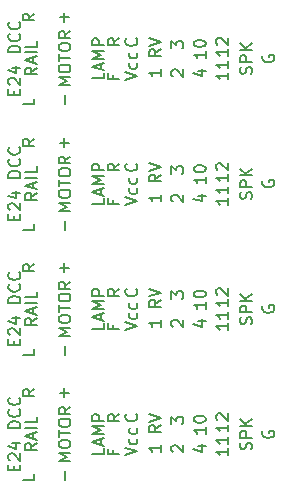
<source format=gto>
G04 #@! TF.GenerationSoftware,KiCad,Pcbnew,8.0.8*
G04 #@! TF.CreationDate,2025-01-25T11:08:04-05:00*
G04 #@! TF.ProjectId,panel,70616e65-6c2e-46b6-9963-61645f706362,rev?*
G04 #@! TF.SameCoordinates,Original*
G04 #@! TF.FileFunction,Legend,Top*
G04 #@! TF.FilePolarity,Positive*
%FSLAX46Y46*%
G04 Gerber Fmt 4.6, Leading zero omitted, Abs format (unit mm)*
G04 Created by KiCad (PCBNEW 8.0.8) date 2025-01-25 11:08:04*
%MOMM*%
%LPD*%
G01*
G04 APERTURE LIST*
%ADD10C,0.200000*%
G04 APERTURE END LIST*
D10*
X21567219Y-11519047D02*
X21091028Y-11852380D01*
X21567219Y-12090475D02*
X20567219Y-12090475D01*
X20567219Y-12090475D02*
X20567219Y-11709523D01*
X20567219Y-11709523D02*
X20614838Y-11614285D01*
X20614838Y-11614285D02*
X20662457Y-11566666D01*
X20662457Y-11566666D02*
X20757695Y-11519047D01*
X20757695Y-11519047D02*
X20900552Y-11519047D01*
X20900552Y-11519047D02*
X20995790Y-11566666D01*
X20995790Y-11566666D02*
X21043409Y-11614285D01*
X21043409Y-11614285D02*
X21091028Y-11709523D01*
X21091028Y-11709523D02*
X21091028Y-12090475D01*
X20567219Y-11233332D02*
X21567219Y-10899999D01*
X21567219Y-10899999D02*
X20567219Y-10566666D01*
X11067219Y-34261904D02*
X10591028Y-34595237D01*
X11067219Y-34833332D02*
X10067219Y-34833332D01*
X10067219Y-34833332D02*
X10067219Y-34452380D01*
X10067219Y-34452380D02*
X10114838Y-34357142D01*
X10114838Y-34357142D02*
X10162457Y-34309523D01*
X10162457Y-34309523D02*
X10257695Y-34261904D01*
X10257695Y-34261904D02*
X10400552Y-34261904D01*
X10400552Y-34261904D02*
X10495790Y-34309523D01*
X10495790Y-34309523D02*
X10543409Y-34357142D01*
X10543409Y-34357142D02*
X10591028Y-34452380D01*
X10591028Y-34452380D02*
X10591028Y-34833332D01*
X10781504Y-33880951D02*
X10781504Y-33404761D01*
X11067219Y-33976189D02*
X10067219Y-33642856D01*
X10067219Y-33642856D02*
X11067219Y-33309523D01*
X11067219Y-32976189D02*
X10067219Y-32976189D01*
X11067219Y-32023809D02*
X11067219Y-32499999D01*
X11067219Y-32499999D02*
X10067219Y-32499999D01*
X22562457Y-13785713D02*
X22514838Y-13738094D01*
X22514838Y-13738094D02*
X22467219Y-13642856D01*
X22467219Y-13642856D02*
X22467219Y-13404761D01*
X22467219Y-13404761D02*
X22514838Y-13309523D01*
X22514838Y-13309523D02*
X22562457Y-13261904D01*
X22562457Y-13261904D02*
X22657695Y-13214285D01*
X22657695Y-13214285D02*
X22752933Y-13214285D01*
X22752933Y-13214285D02*
X22895790Y-13261904D01*
X22895790Y-13261904D02*
X23467219Y-13833332D01*
X23467219Y-13833332D02*
X23467219Y-13214285D01*
X29219600Y-45385713D02*
X29267219Y-45242856D01*
X29267219Y-45242856D02*
X29267219Y-45004761D01*
X29267219Y-45004761D02*
X29219600Y-44909523D01*
X29219600Y-44909523D02*
X29171980Y-44861904D01*
X29171980Y-44861904D02*
X29076742Y-44814285D01*
X29076742Y-44814285D02*
X28981504Y-44814285D01*
X28981504Y-44814285D02*
X28886266Y-44861904D01*
X28886266Y-44861904D02*
X28838647Y-44909523D01*
X28838647Y-44909523D02*
X28791028Y-45004761D01*
X28791028Y-45004761D02*
X28743409Y-45195237D01*
X28743409Y-45195237D02*
X28695790Y-45290475D01*
X28695790Y-45290475D02*
X28648171Y-45338094D01*
X28648171Y-45338094D02*
X28552933Y-45385713D01*
X28552933Y-45385713D02*
X28457695Y-45385713D01*
X28457695Y-45385713D02*
X28362457Y-45338094D01*
X28362457Y-45338094D02*
X28314838Y-45290475D01*
X28314838Y-45290475D02*
X28267219Y-45195237D01*
X28267219Y-45195237D02*
X28267219Y-44957142D01*
X28267219Y-44957142D02*
X28314838Y-44814285D01*
X29267219Y-44385713D02*
X28267219Y-44385713D01*
X28267219Y-44385713D02*
X28267219Y-44004761D01*
X28267219Y-44004761D02*
X28314838Y-43909523D01*
X28314838Y-43909523D02*
X28362457Y-43861904D01*
X28362457Y-43861904D02*
X28457695Y-43814285D01*
X28457695Y-43814285D02*
X28600552Y-43814285D01*
X28600552Y-43814285D02*
X28695790Y-43861904D01*
X28695790Y-43861904D02*
X28743409Y-43909523D01*
X28743409Y-43909523D02*
X28791028Y-44004761D01*
X28791028Y-44004761D02*
X28791028Y-44385713D01*
X29267219Y-43385713D02*
X28267219Y-43385713D01*
X29267219Y-42814285D02*
X28695790Y-43242856D01*
X28267219Y-42814285D02*
X28838647Y-43385713D01*
X10867219Y-26290476D02*
X10867219Y-26766666D01*
X10867219Y-26766666D02*
X9867219Y-26766666D01*
X13386266Y-19780951D02*
X13386266Y-19019047D01*
X13767219Y-19399999D02*
X13005314Y-19399999D01*
X10867219Y-29690476D02*
X10391028Y-30023809D01*
X10867219Y-30261904D02*
X9867219Y-30261904D01*
X9867219Y-30261904D02*
X9867219Y-29880952D01*
X9867219Y-29880952D02*
X9914838Y-29785714D01*
X9914838Y-29785714D02*
X9962457Y-29738095D01*
X9962457Y-29738095D02*
X10057695Y-29690476D01*
X10057695Y-29690476D02*
X10200552Y-29690476D01*
X10200552Y-29690476D02*
X10295790Y-29738095D01*
X10295790Y-29738095D02*
X10343409Y-29785714D01*
X10343409Y-29785714D02*
X10391028Y-29880952D01*
X10391028Y-29880952D02*
X10391028Y-30261904D01*
X25367219Y-22290476D02*
X25367219Y-22861904D01*
X25367219Y-22576190D02*
X24367219Y-22576190D01*
X24367219Y-22576190D02*
X24510076Y-22671428D01*
X24510076Y-22671428D02*
X24605314Y-22766666D01*
X24605314Y-22766666D02*
X24652933Y-22861904D01*
X24367219Y-21671428D02*
X24367219Y-21576190D01*
X24367219Y-21576190D02*
X24414838Y-21480952D01*
X24414838Y-21480952D02*
X24462457Y-21433333D01*
X24462457Y-21433333D02*
X24557695Y-21385714D01*
X24557695Y-21385714D02*
X24748171Y-21338095D01*
X24748171Y-21338095D02*
X24986266Y-21338095D01*
X24986266Y-21338095D02*
X25176742Y-21385714D01*
X25176742Y-21385714D02*
X25271980Y-21433333D01*
X25271980Y-21433333D02*
X25319600Y-21480952D01*
X25319600Y-21480952D02*
X25367219Y-21576190D01*
X25367219Y-21576190D02*
X25367219Y-21671428D01*
X25367219Y-21671428D02*
X25319600Y-21766666D01*
X25319600Y-21766666D02*
X25271980Y-21814285D01*
X25271980Y-21814285D02*
X25176742Y-21861904D01*
X25176742Y-21861904D02*
X24986266Y-21909523D01*
X24986266Y-21909523D02*
X24748171Y-21909523D01*
X24748171Y-21909523D02*
X24557695Y-21861904D01*
X24557695Y-21861904D02*
X24462457Y-21814285D01*
X24462457Y-21814285D02*
X24414838Y-21766666D01*
X24414838Y-21766666D02*
X24367219Y-21671428D01*
X25367219Y-32890476D02*
X25367219Y-33461904D01*
X25367219Y-33176190D02*
X24367219Y-33176190D01*
X24367219Y-33176190D02*
X24510076Y-33271428D01*
X24510076Y-33271428D02*
X24605314Y-33366666D01*
X24605314Y-33366666D02*
X24652933Y-33461904D01*
X24367219Y-32271428D02*
X24367219Y-32176190D01*
X24367219Y-32176190D02*
X24414838Y-32080952D01*
X24414838Y-32080952D02*
X24462457Y-32033333D01*
X24462457Y-32033333D02*
X24557695Y-31985714D01*
X24557695Y-31985714D02*
X24748171Y-31938095D01*
X24748171Y-31938095D02*
X24986266Y-31938095D01*
X24986266Y-31938095D02*
X25176742Y-31985714D01*
X25176742Y-31985714D02*
X25271980Y-32033333D01*
X25271980Y-32033333D02*
X25319600Y-32080952D01*
X25319600Y-32080952D02*
X25367219Y-32176190D01*
X25367219Y-32176190D02*
X25367219Y-32271428D01*
X25367219Y-32271428D02*
X25319600Y-32366666D01*
X25319600Y-32366666D02*
X25271980Y-32414285D01*
X25271980Y-32414285D02*
X25176742Y-32461904D01*
X25176742Y-32461904D02*
X24986266Y-32509523D01*
X24986266Y-32509523D02*
X24748171Y-32509523D01*
X24748171Y-32509523D02*
X24557695Y-32461904D01*
X24557695Y-32461904D02*
X24462457Y-32414285D01*
X24462457Y-32414285D02*
X24414838Y-32366666D01*
X24414838Y-32366666D02*
X24367219Y-32271428D01*
X9143409Y-25947618D02*
X9143409Y-25614285D01*
X9667219Y-25471428D02*
X9667219Y-25947618D01*
X9667219Y-25947618D02*
X8667219Y-25947618D01*
X8667219Y-25947618D02*
X8667219Y-25471428D01*
X8762457Y-25090475D02*
X8714838Y-25042856D01*
X8714838Y-25042856D02*
X8667219Y-24947618D01*
X8667219Y-24947618D02*
X8667219Y-24709523D01*
X8667219Y-24709523D02*
X8714838Y-24614285D01*
X8714838Y-24614285D02*
X8762457Y-24566666D01*
X8762457Y-24566666D02*
X8857695Y-24519047D01*
X8857695Y-24519047D02*
X8952933Y-24519047D01*
X8952933Y-24519047D02*
X9095790Y-24566666D01*
X9095790Y-24566666D02*
X9667219Y-25138094D01*
X9667219Y-25138094D02*
X9667219Y-24519047D01*
X9000552Y-23661904D02*
X9667219Y-23661904D01*
X8619600Y-23899999D02*
X9333885Y-24138094D01*
X9333885Y-24138094D02*
X9333885Y-23519047D01*
X9667219Y-22376189D02*
X8667219Y-22376189D01*
X8667219Y-22376189D02*
X8667219Y-22138094D01*
X8667219Y-22138094D02*
X8714838Y-21995237D01*
X8714838Y-21995237D02*
X8810076Y-21899999D01*
X8810076Y-21899999D02*
X8905314Y-21852380D01*
X8905314Y-21852380D02*
X9095790Y-21804761D01*
X9095790Y-21804761D02*
X9238647Y-21804761D01*
X9238647Y-21804761D02*
X9429123Y-21852380D01*
X9429123Y-21852380D02*
X9524361Y-21899999D01*
X9524361Y-21899999D02*
X9619600Y-21995237D01*
X9619600Y-21995237D02*
X9667219Y-22138094D01*
X9667219Y-22138094D02*
X9667219Y-22376189D01*
X9571980Y-20804761D02*
X9619600Y-20852380D01*
X9619600Y-20852380D02*
X9667219Y-20995237D01*
X9667219Y-20995237D02*
X9667219Y-21090475D01*
X9667219Y-21090475D02*
X9619600Y-21233332D01*
X9619600Y-21233332D02*
X9524361Y-21328570D01*
X9524361Y-21328570D02*
X9429123Y-21376189D01*
X9429123Y-21376189D02*
X9238647Y-21423808D01*
X9238647Y-21423808D02*
X9095790Y-21423808D01*
X9095790Y-21423808D02*
X8905314Y-21376189D01*
X8905314Y-21376189D02*
X8810076Y-21328570D01*
X8810076Y-21328570D02*
X8714838Y-21233332D01*
X8714838Y-21233332D02*
X8667219Y-21090475D01*
X8667219Y-21090475D02*
X8667219Y-20995237D01*
X8667219Y-20995237D02*
X8714838Y-20852380D01*
X8714838Y-20852380D02*
X8762457Y-20804761D01*
X9571980Y-19804761D02*
X9619600Y-19852380D01*
X9619600Y-19852380D02*
X9667219Y-19995237D01*
X9667219Y-19995237D02*
X9667219Y-20090475D01*
X9667219Y-20090475D02*
X9619600Y-20233332D01*
X9619600Y-20233332D02*
X9524361Y-20328570D01*
X9524361Y-20328570D02*
X9429123Y-20376189D01*
X9429123Y-20376189D02*
X9238647Y-20423808D01*
X9238647Y-20423808D02*
X9095790Y-20423808D01*
X9095790Y-20423808D02*
X8905314Y-20376189D01*
X8905314Y-20376189D02*
X8810076Y-20328570D01*
X8810076Y-20328570D02*
X8714838Y-20233332D01*
X8714838Y-20233332D02*
X8667219Y-20090475D01*
X8667219Y-20090475D02*
X8667219Y-19995237D01*
X8667219Y-19995237D02*
X8714838Y-19852380D01*
X8714838Y-19852380D02*
X8762457Y-19804761D01*
X13386266Y-9180951D02*
X13386266Y-8419047D01*
X13767219Y-8799999D02*
X13005314Y-8799999D01*
X13486266Y-26780951D02*
X13486266Y-26019047D01*
X18567219Y-14090475D02*
X19567219Y-13757142D01*
X19567219Y-13757142D02*
X18567219Y-13423809D01*
X19519600Y-12661904D02*
X19567219Y-12757142D01*
X19567219Y-12757142D02*
X19567219Y-12947618D01*
X19567219Y-12947618D02*
X19519600Y-13042856D01*
X19519600Y-13042856D02*
X19471980Y-13090475D01*
X19471980Y-13090475D02*
X19376742Y-13138094D01*
X19376742Y-13138094D02*
X19091028Y-13138094D01*
X19091028Y-13138094D02*
X18995790Y-13090475D01*
X18995790Y-13090475D02*
X18948171Y-13042856D01*
X18948171Y-13042856D02*
X18900552Y-12947618D01*
X18900552Y-12947618D02*
X18900552Y-12757142D01*
X18900552Y-12757142D02*
X18948171Y-12661904D01*
X19519600Y-11804761D02*
X19567219Y-11899999D01*
X19567219Y-11899999D02*
X19567219Y-12090475D01*
X19567219Y-12090475D02*
X19519600Y-12185713D01*
X19519600Y-12185713D02*
X19471980Y-12233332D01*
X19471980Y-12233332D02*
X19376742Y-12280951D01*
X19376742Y-12280951D02*
X19091028Y-12280951D01*
X19091028Y-12280951D02*
X18995790Y-12233332D01*
X18995790Y-12233332D02*
X18948171Y-12185713D01*
X18948171Y-12185713D02*
X18900552Y-12090475D01*
X18900552Y-12090475D02*
X18900552Y-11899999D01*
X18900552Y-11899999D02*
X18948171Y-11804761D01*
X16767219Y-34690476D02*
X16767219Y-35166666D01*
X16767219Y-35166666D02*
X15767219Y-35166666D01*
X16481504Y-34404761D02*
X16481504Y-33928571D01*
X16767219Y-34499999D02*
X15767219Y-34166666D01*
X15767219Y-34166666D02*
X16767219Y-33833333D01*
X16767219Y-33499999D02*
X15767219Y-33499999D01*
X15767219Y-33499999D02*
X16481504Y-33166666D01*
X16481504Y-33166666D02*
X15767219Y-32833333D01*
X15767219Y-32833333D02*
X16767219Y-32833333D01*
X16767219Y-32357142D02*
X15767219Y-32357142D01*
X15767219Y-32357142D02*
X15767219Y-31976190D01*
X15767219Y-31976190D02*
X15814838Y-31880952D01*
X15814838Y-31880952D02*
X15862457Y-31833333D01*
X15862457Y-31833333D02*
X15957695Y-31785714D01*
X15957695Y-31785714D02*
X16100552Y-31785714D01*
X16100552Y-31785714D02*
X16195790Y-31833333D01*
X16195790Y-31833333D02*
X16243409Y-31880952D01*
X16243409Y-31880952D02*
X16291028Y-31976190D01*
X16291028Y-31976190D02*
X16291028Y-32357142D01*
X27267219Y-11490476D02*
X27267219Y-12061904D01*
X27267219Y-11776190D02*
X26267219Y-11776190D01*
X26267219Y-11776190D02*
X26410076Y-11871428D01*
X26410076Y-11871428D02*
X26505314Y-11966666D01*
X26505314Y-11966666D02*
X26552933Y-12061904D01*
X26362457Y-11109523D02*
X26314838Y-11061904D01*
X26314838Y-11061904D02*
X26267219Y-10966666D01*
X26267219Y-10966666D02*
X26267219Y-10728571D01*
X26267219Y-10728571D02*
X26314838Y-10633333D01*
X26314838Y-10633333D02*
X26362457Y-10585714D01*
X26362457Y-10585714D02*
X26457695Y-10538095D01*
X26457695Y-10538095D02*
X26552933Y-10538095D01*
X26552933Y-10538095D02*
X26695790Y-10585714D01*
X26695790Y-10585714D02*
X27267219Y-11157142D01*
X27267219Y-11157142D02*
X27267219Y-10538095D01*
X11067219Y-23661904D02*
X10591028Y-23995237D01*
X11067219Y-24233332D02*
X10067219Y-24233332D01*
X10067219Y-24233332D02*
X10067219Y-23852380D01*
X10067219Y-23852380D02*
X10114838Y-23757142D01*
X10114838Y-23757142D02*
X10162457Y-23709523D01*
X10162457Y-23709523D02*
X10257695Y-23661904D01*
X10257695Y-23661904D02*
X10400552Y-23661904D01*
X10400552Y-23661904D02*
X10495790Y-23709523D01*
X10495790Y-23709523D02*
X10543409Y-23757142D01*
X10543409Y-23757142D02*
X10591028Y-23852380D01*
X10591028Y-23852380D02*
X10591028Y-24233332D01*
X10781504Y-23280951D02*
X10781504Y-22804761D01*
X11067219Y-23376189D02*
X10067219Y-23042856D01*
X10067219Y-23042856D02*
X11067219Y-22709523D01*
X11067219Y-22376189D02*
X10067219Y-22376189D01*
X11067219Y-21423809D02*
X11067219Y-21899999D01*
X11067219Y-21899999D02*
X10067219Y-21899999D01*
X30214838Y-43838095D02*
X30167219Y-43933333D01*
X30167219Y-43933333D02*
X30167219Y-44076190D01*
X30167219Y-44076190D02*
X30214838Y-44219047D01*
X30214838Y-44219047D02*
X30310076Y-44314285D01*
X30310076Y-44314285D02*
X30405314Y-44361904D01*
X30405314Y-44361904D02*
X30595790Y-44409523D01*
X30595790Y-44409523D02*
X30738647Y-44409523D01*
X30738647Y-44409523D02*
X30929123Y-44361904D01*
X30929123Y-44361904D02*
X31024361Y-44314285D01*
X31024361Y-44314285D02*
X31119600Y-44219047D01*
X31119600Y-44219047D02*
X31167219Y-44076190D01*
X31167219Y-44076190D02*
X31167219Y-43980952D01*
X31167219Y-43980952D02*
X31119600Y-43838095D01*
X31119600Y-43838095D02*
X31071980Y-43790476D01*
X31071980Y-43790476D02*
X30738647Y-43790476D01*
X30738647Y-43790476D02*
X30738647Y-43980952D01*
X18067219Y-10590476D02*
X17591028Y-10923809D01*
X18067219Y-11161904D02*
X17067219Y-11161904D01*
X17067219Y-11161904D02*
X17067219Y-10780952D01*
X17067219Y-10780952D02*
X17114838Y-10685714D01*
X17114838Y-10685714D02*
X17162457Y-10638095D01*
X17162457Y-10638095D02*
X17257695Y-10590476D01*
X17257695Y-10590476D02*
X17400552Y-10590476D01*
X17400552Y-10590476D02*
X17495790Y-10638095D01*
X17495790Y-10638095D02*
X17543409Y-10685714D01*
X17543409Y-10685714D02*
X17591028Y-10780952D01*
X17591028Y-10780952D02*
X17591028Y-11161904D01*
X24700552Y-23909523D02*
X25367219Y-23909523D01*
X24319600Y-24147618D02*
X25033885Y-24385713D01*
X25033885Y-24385713D02*
X25033885Y-23766666D01*
X9143409Y-47147618D02*
X9143409Y-46814285D01*
X9667219Y-46671428D02*
X9667219Y-47147618D01*
X9667219Y-47147618D02*
X8667219Y-47147618D01*
X8667219Y-47147618D02*
X8667219Y-46671428D01*
X8762457Y-46290475D02*
X8714838Y-46242856D01*
X8714838Y-46242856D02*
X8667219Y-46147618D01*
X8667219Y-46147618D02*
X8667219Y-45909523D01*
X8667219Y-45909523D02*
X8714838Y-45814285D01*
X8714838Y-45814285D02*
X8762457Y-45766666D01*
X8762457Y-45766666D02*
X8857695Y-45719047D01*
X8857695Y-45719047D02*
X8952933Y-45719047D01*
X8952933Y-45719047D02*
X9095790Y-45766666D01*
X9095790Y-45766666D02*
X9667219Y-46338094D01*
X9667219Y-46338094D02*
X9667219Y-45719047D01*
X9000552Y-44861904D02*
X9667219Y-44861904D01*
X8619600Y-45099999D02*
X9333885Y-45338094D01*
X9333885Y-45338094D02*
X9333885Y-44719047D01*
X9667219Y-43576189D02*
X8667219Y-43576189D01*
X8667219Y-43576189D02*
X8667219Y-43338094D01*
X8667219Y-43338094D02*
X8714838Y-43195237D01*
X8714838Y-43195237D02*
X8810076Y-43099999D01*
X8810076Y-43099999D02*
X8905314Y-43052380D01*
X8905314Y-43052380D02*
X9095790Y-43004761D01*
X9095790Y-43004761D02*
X9238647Y-43004761D01*
X9238647Y-43004761D02*
X9429123Y-43052380D01*
X9429123Y-43052380D02*
X9524361Y-43099999D01*
X9524361Y-43099999D02*
X9619600Y-43195237D01*
X9619600Y-43195237D02*
X9667219Y-43338094D01*
X9667219Y-43338094D02*
X9667219Y-43576189D01*
X9571980Y-42004761D02*
X9619600Y-42052380D01*
X9619600Y-42052380D02*
X9667219Y-42195237D01*
X9667219Y-42195237D02*
X9667219Y-42290475D01*
X9667219Y-42290475D02*
X9619600Y-42433332D01*
X9619600Y-42433332D02*
X9524361Y-42528570D01*
X9524361Y-42528570D02*
X9429123Y-42576189D01*
X9429123Y-42576189D02*
X9238647Y-42623808D01*
X9238647Y-42623808D02*
X9095790Y-42623808D01*
X9095790Y-42623808D02*
X8905314Y-42576189D01*
X8905314Y-42576189D02*
X8810076Y-42528570D01*
X8810076Y-42528570D02*
X8714838Y-42433332D01*
X8714838Y-42433332D02*
X8667219Y-42290475D01*
X8667219Y-42290475D02*
X8667219Y-42195237D01*
X8667219Y-42195237D02*
X8714838Y-42052380D01*
X8714838Y-42052380D02*
X8762457Y-42004761D01*
X9571980Y-41004761D02*
X9619600Y-41052380D01*
X9619600Y-41052380D02*
X9667219Y-41195237D01*
X9667219Y-41195237D02*
X9667219Y-41290475D01*
X9667219Y-41290475D02*
X9619600Y-41433332D01*
X9619600Y-41433332D02*
X9524361Y-41528570D01*
X9524361Y-41528570D02*
X9429123Y-41576189D01*
X9429123Y-41576189D02*
X9238647Y-41623808D01*
X9238647Y-41623808D02*
X9095790Y-41623808D01*
X9095790Y-41623808D02*
X8905314Y-41576189D01*
X8905314Y-41576189D02*
X8810076Y-41528570D01*
X8810076Y-41528570D02*
X8714838Y-41433332D01*
X8714838Y-41433332D02*
X8667219Y-41290475D01*
X8667219Y-41290475D02*
X8667219Y-41195237D01*
X8667219Y-41195237D02*
X8714838Y-41052380D01*
X8714838Y-41052380D02*
X8762457Y-41004761D01*
X18567219Y-45890475D02*
X19567219Y-45557142D01*
X19567219Y-45557142D02*
X18567219Y-45223809D01*
X19519600Y-44461904D02*
X19567219Y-44557142D01*
X19567219Y-44557142D02*
X19567219Y-44747618D01*
X19567219Y-44747618D02*
X19519600Y-44842856D01*
X19519600Y-44842856D02*
X19471980Y-44890475D01*
X19471980Y-44890475D02*
X19376742Y-44938094D01*
X19376742Y-44938094D02*
X19091028Y-44938094D01*
X19091028Y-44938094D02*
X18995790Y-44890475D01*
X18995790Y-44890475D02*
X18948171Y-44842856D01*
X18948171Y-44842856D02*
X18900552Y-44747618D01*
X18900552Y-44747618D02*
X18900552Y-44557142D01*
X18900552Y-44557142D02*
X18948171Y-44461904D01*
X19519600Y-43604761D02*
X19567219Y-43699999D01*
X19567219Y-43699999D02*
X19567219Y-43890475D01*
X19567219Y-43890475D02*
X19519600Y-43985713D01*
X19519600Y-43985713D02*
X19471980Y-44033332D01*
X19471980Y-44033332D02*
X19376742Y-44080951D01*
X19376742Y-44080951D02*
X19091028Y-44080951D01*
X19091028Y-44080951D02*
X18995790Y-44033332D01*
X18995790Y-44033332D02*
X18948171Y-43985713D01*
X18948171Y-43985713D02*
X18900552Y-43890475D01*
X18900552Y-43890475D02*
X18900552Y-43699999D01*
X18900552Y-43699999D02*
X18948171Y-43604761D01*
X30214838Y-33238095D02*
X30167219Y-33333333D01*
X30167219Y-33333333D02*
X30167219Y-33476190D01*
X30167219Y-33476190D02*
X30214838Y-33619047D01*
X30214838Y-33619047D02*
X30310076Y-33714285D01*
X30310076Y-33714285D02*
X30405314Y-33761904D01*
X30405314Y-33761904D02*
X30595790Y-33809523D01*
X30595790Y-33809523D02*
X30738647Y-33809523D01*
X30738647Y-33809523D02*
X30929123Y-33761904D01*
X30929123Y-33761904D02*
X31024361Y-33714285D01*
X31024361Y-33714285D02*
X31119600Y-33619047D01*
X31119600Y-33619047D02*
X31167219Y-33476190D01*
X31167219Y-33476190D02*
X31167219Y-33380952D01*
X31167219Y-33380952D02*
X31119600Y-33238095D01*
X31119600Y-33238095D02*
X31071980Y-33190476D01*
X31071980Y-33190476D02*
X30738647Y-33190476D01*
X30738647Y-33190476D02*
X30738647Y-33380952D01*
X13386266Y-40980951D02*
X13386266Y-40219047D01*
X13767219Y-40599999D02*
X13005314Y-40599999D01*
X18067219Y-31790476D02*
X17591028Y-32123809D01*
X18067219Y-32361904D02*
X17067219Y-32361904D01*
X17067219Y-32361904D02*
X17067219Y-31980952D01*
X17067219Y-31980952D02*
X17114838Y-31885714D01*
X17114838Y-31885714D02*
X17162457Y-31838095D01*
X17162457Y-31838095D02*
X17257695Y-31790476D01*
X17257695Y-31790476D02*
X17400552Y-31790476D01*
X17400552Y-31790476D02*
X17495790Y-31838095D01*
X17495790Y-31838095D02*
X17543409Y-31885714D01*
X17543409Y-31885714D02*
X17591028Y-31980952D01*
X17591028Y-31980952D02*
X17591028Y-32361904D01*
X27267219Y-45290476D02*
X27267219Y-45861904D01*
X27267219Y-45576190D02*
X26267219Y-45576190D01*
X26267219Y-45576190D02*
X26410076Y-45671428D01*
X26410076Y-45671428D02*
X26505314Y-45766666D01*
X26505314Y-45766666D02*
X26552933Y-45861904D01*
X27267219Y-44338095D02*
X27267219Y-44909523D01*
X27267219Y-44623809D02*
X26267219Y-44623809D01*
X26267219Y-44623809D02*
X26410076Y-44719047D01*
X26410076Y-44719047D02*
X26505314Y-44814285D01*
X26505314Y-44814285D02*
X26552933Y-44909523D01*
X10867219Y-15690476D02*
X10867219Y-16166666D01*
X10867219Y-16166666D02*
X9867219Y-16166666D01*
X22467219Y-22033332D02*
X22467219Y-21414285D01*
X22467219Y-21414285D02*
X22848171Y-21747618D01*
X22848171Y-21747618D02*
X22848171Y-21604761D01*
X22848171Y-21604761D02*
X22895790Y-21509523D01*
X22895790Y-21509523D02*
X22943409Y-21461904D01*
X22943409Y-21461904D02*
X23038647Y-21414285D01*
X23038647Y-21414285D02*
X23276742Y-21414285D01*
X23276742Y-21414285D02*
X23371980Y-21461904D01*
X23371980Y-21461904D02*
X23419600Y-21509523D01*
X23419600Y-21509523D02*
X23467219Y-21604761D01*
X23467219Y-21604761D02*
X23467219Y-21890475D01*
X23467219Y-21890475D02*
X23419600Y-21985713D01*
X23419600Y-21985713D02*
X23371980Y-22033332D01*
X21567219Y-34414285D02*
X21567219Y-34985713D01*
X21567219Y-34699999D02*
X20567219Y-34699999D01*
X20567219Y-34699999D02*
X20710076Y-34795237D01*
X20710076Y-34795237D02*
X20805314Y-34890475D01*
X20805314Y-34890475D02*
X20852933Y-34985713D01*
X19471980Y-21190476D02*
X19519600Y-21238095D01*
X19519600Y-21238095D02*
X19567219Y-21380952D01*
X19567219Y-21380952D02*
X19567219Y-21476190D01*
X19567219Y-21476190D02*
X19519600Y-21619047D01*
X19519600Y-21619047D02*
X19424361Y-21714285D01*
X19424361Y-21714285D02*
X19329123Y-21761904D01*
X19329123Y-21761904D02*
X19138647Y-21809523D01*
X19138647Y-21809523D02*
X18995790Y-21809523D01*
X18995790Y-21809523D02*
X18805314Y-21761904D01*
X18805314Y-21761904D02*
X18710076Y-21714285D01*
X18710076Y-21714285D02*
X18614838Y-21619047D01*
X18614838Y-21619047D02*
X18567219Y-21476190D01*
X18567219Y-21476190D02*
X18567219Y-21380952D01*
X18567219Y-21380952D02*
X18614838Y-21238095D01*
X18614838Y-21238095D02*
X18662457Y-21190476D01*
X21567219Y-22119047D02*
X21091028Y-22452380D01*
X21567219Y-22690475D02*
X20567219Y-22690475D01*
X20567219Y-22690475D02*
X20567219Y-22309523D01*
X20567219Y-22309523D02*
X20614838Y-22214285D01*
X20614838Y-22214285D02*
X20662457Y-22166666D01*
X20662457Y-22166666D02*
X20757695Y-22119047D01*
X20757695Y-22119047D02*
X20900552Y-22119047D01*
X20900552Y-22119047D02*
X20995790Y-22166666D01*
X20995790Y-22166666D02*
X21043409Y-22214285D01*
X21043409Y-22214285D02*
X21091028Y-22309523D01*
X21091028Y-22309523D02*
X21091028Y-22690475D01*
X20567219Y-21833332D02*
X21567219Y-21499999D01*
X21567219Y-21499999D02*
X20567219Y-21166666D01*
X13917219Y-25161904D02*
X12917219Y-25161904D01*
X12917219Y-25161904D02*
X13631504Y-24828571D01*
X13631504Y-24828571D02*
X12917219Y-24495238D01*
X12917219Y-24495238D02*
X13917219Y-24495238D01*
X12917219Y-23828571D02*
X12917219Y-23638095D01*
X12917219Y-23638095D02*
X12964838Y-23542857D01*
X12964838Y-23542857D02*
X13060076Y-23447619D01*
X13060076Y-23447619D02*
X13250552Y-23400000D01*
X13250552Y-23400000D02*
X13583885Y-23400000D01*
X13583885Y-23400000D02*
X13774361Y-23447619D01*
X13774361Y-23447619D02*
X13869600Y-23542857D01*
X13869600Y-23542857D02*
X13917219Y-23638095D01*
X13917219Y-23638095D02*
X13917219Y-23828571D01*
X13917219Y-23828571D02*
X13869600Y-23923809D01*
X13869600Y-23923809D02*
X13774361Y-24019047D01*
X13774361Y-24019047D02*
X13583885Y-24066666D01*
X13583885Y-24066666D02*
X13250552Y-24066666D01*
X13250552Y-24066666D02*
X13060076Y-24019047D01*
X13060076Y-24019047D02*
X12964838Y-23923809D01*
X12964838Y-23923809D02*
X12917219Y-23828571D01*
X12917219Y-23114285D02*
X12917219Y-22542857D01*
X13917219Y-22828571D02*
X12917219Y-22828571D01*
X12917219Y-22019047D02*
X12917219Y-21828571D01*
X12917219Y-21828571D02*
X12964838Y-21733333D01*
X12964838Y-21733333D02*
X13060076Y-21638095D01*
X13060076Y-21638095D02*
X13250552Y-21590476D01*
X13250552Y-21590476D02*
X13583885Y-21590476D01*
X13583885Y-21590476D02*
X13774361Y-21638095D01*
X13774361Y-21638095D02*
X13869600Y-21733333D01*
X13869600Y-21733333D02*
X13917219Y-21828571D01*
X13917219Y-21828571D02*
X13917219Y-22019047D01*
X13917219Y-22019047D02*
X13869600Y-22114285D01*
X13869600Y-22114285D02*
X13774361Y-22209523D01*
X13774361Y-22209523D02*
X13583885Y-22257142D01*
X13583885Y-22257142D02*
X13250552Y-22257142D01*
X13250552Y-22257142D02*
X13060076Y-22209523D01*
X13060076Y-22209523D02*
X12964838Y-22114285D01*
X12964838Y-22114285D02*
X12917219Y-22019047D01*
X13917219Y-20590476D02*
X13441028Y-20923809D01*
X13917219Y-21161904D02*
X12917219Y-21161904D01*
X12917219Y-21161904D02*
X12917219Y-20780952D01*
X12917219Y-20780952D02*
X12964838Y-20685714D01*
X12964838Y-20685714D02*
X13012457Y-20638095D01*
X13012457Y-20638095D02*
X13107695Y-20590476D01*
X13107695Y-20590476D02*
X13250552Y-20590476D01*
X13250552Y-20590476D02*
X13345790Y-20638095D01*
X13345790Y-20638095D02*
X13393409Y-20685714D01*
X13393409Y-20685714D02*
X13441028Y-20780952D01*
X13441028Y-20780952D02*
X13441028Y-21161904D01*
X24700552Y-13309523D02*
X25367219Y-13309523D01*
X24319600Y-13547618D02*
X25033885Y-13785713D01*
X25033885Y-13785713D02*
X25033885Y-13166666D01*
X29219600Y-13585713D02*
X29267219Y-13442856D01*
X29267219Y-13442856D02*
X29267219Y-13204761D01*
X29267219Y-13204761D02*
X29219600Y-13109523D01*
X29219600Y-13109523D02*
X29171980Y-13061904D01*
X29171980Y-13061904D02*
X29076742Y-13014285D01*
X29076742Y-13014285D02*
X28981504Y-13014285D01*
X28981504Y-13014285D02*
X28886266Y-13061904D01*
X28886266Y-13061904D02*
X28838647Y-13109523D01*
X28838647Y-13109523D02*
X28791028Y-13204761D01*
X28791028Y-13204761D02*
X28743409Y-13395237D01*
X28743409Y-13395237D02*
X28695790Y-13490475D01*
X28695790Y-13490475D02*
X28648171Y-13538094D01*
X28648171Y-13538094D02*
X28552933Y-13585713D01*
X28552933Y-13585713D02*
X28457695Y-13585713D01*
X28457695Y-13585713D02*
X28362457Y-13538094D01*
X28362457Y-13538094D02*
X28314838Y-13490475D01*
X28314838Y-13490475D02*
X28267219Y-13395237D01*
X28267219Y-13395237D02*
X28267219Y-13157142D01*
X28267219Y-13157142D02*
X28314838Y-13014285D01*
X29267219Y-12585713D02*
X28267219Y-12585713D01*
X28267219Y-12585713D02*
X28267219Y-12204761D01*
X28267219Y-12204761D02*
X28314838Y-12109523D01*
X28314838Y-12109523D02*
X28362457Y-12061904D01*
X28362457Y-12061904D02*
X28457695Y-12014285D01*
X28457695Y-12014285D02*
X28600552Y-12014285D01*
X28600552Y-12014285D02*
X28695790Y-12061904D01*
X28695790Y-12061904D02*
X28743409Y-12109523D01*
X28743409Y-12109523D02*
X28791028Y-12204761D01*
X28791028Y-12204761D02*
X28791028Y-12585713D01*
X29267219Y-11585713D02*
X28267219Y-11585713D01*
X29267219Y-11014285D02*
X28695790Y-11442856D01*
X28267219Y-11014285D02*
X28838647Y-11585713D01*
X22467219Y-43233332D02*
X22467219Y-42614285D01*
X22467219Y-42614285D02*
X22848171Y-42947618D01*
X22848171Y-42947618D02*
X22848171Y-42804761D01*
X22848171Y-42804761D02*
X22895790Y-42709523D01*
X22895790Y-42709523D02*
X22943409Y-42661904D01*
X22943409Y-42661904D02*
X23038647Y-42614285D01*
X23038647Y-42614285D02*
X23276742Y-42614285D01*
X23276742Y-42614285D02*
X23371980Y-42661904D01*
X23371980Y-42661904D02*
X23419600Y-42709523D01*
X23419600Y-42709523D02*
X23467219Y-42804761D01*
X23467219Y-42804761D02*
X23467219Y-43090475D01*
X23467219Y-43090475D02*
X23419600Y-43185713D01*
X23419600Y-43185713D02*
X23371980Y-43233332D01*
X29219600Y-24185713D02*
X29267219Y-24042856D01*
X29267219Y-24042856D02*
X29267219Y-23804761D01*
X29267219Y-23804761D02*
X29219600Y-23709523D01*
X29219600Y-23709523D02*
X29171980Y-23661904D01*
X29171980Y-23661904D02*
X29076742Y-23614285D01*
X29076742Y-23614285D02*
X28981504Y-23614285D01*
X28981504Y-23614285D02*
X28886266Y-23661904D01*
X28886266Y-23661904D02*
X28838647Y-23709523D01*
X28838647Y-23709523D02*
X28791028Y-23804761D01*
X28791028Y-23804761D02*
X28743409Y-23995237D01*
X28743409Y-23995237D02*
X28695790Y-24090475D01*
X28695790Y-24090475D02*
X28648171Y-24138094D01*
X28648171Y-24138094D02*
X28552933Y-24185713D01*
X28552933Y-24185713D02*
X28457695Y-24185713D01*
X28457695Y-24185713D02*
X28362457Y-24138094D01*
X28362457Y-24138094D02*
X28314838Y-24090475D01*
X28314838Y-24090475D02*
X28267219Y-23995237D01*
X28267219Y-23995237D02*
X28267219Y-23757142D01*
X28267219Y-23757142D02*
X28314838Y-23614285D01*
X29267219Y-23185713D02*
X28267219Y-23185713D01*
X28267219Y-23185713D02*
X28267219Y-22804761D01*
X28267219Y-22804761D02*
X28314838Y-22709523D01*
X28314838Y-22709523D02*
X28362457Y-22661904D01*
X28362457Y-22661904D02*
X28457695Y-22614285D01*
X28457695Y-22614285D02*
X28600552Y-22614285D01*
X28600552Y-22614285D02*
X28695790Y-22661904D01*
X28695790Y-22661904D02*
X28743409Y-22709523D01*
X28743409Y-22709523D02*
X28791028Y-22804761D01*
X28791028Y-22804761D02*
X28791028Y-23185713D01*
X29267219Y-22185713D02*
X28267219Y-22185713D01*
X29267219Y-21614285D02*
X28695790Y-22042856D01*
X28267219Y-21614285D02*
X28838647Y-22185713D01*
X27267219Y-43290476D02*
X27267219Y-43861904D01*
X27267219Y-43576190D02*
X26267219Y-43576190D01*
X26267219Y-43576190D02*
X26410076Y-43671428D01*
X26410076Y-43671428D02*
X26505314Y-43766666D01*
X26505314Y-43766666D02*
X26552933Y-43861904D01*
X26362457Y-42909523D02*
X26314838Y-42861904D01*
X26314838Y-42861904D02*
X26267219Y-42766666D01*
X26267219Y-42766666D02*
X26267219Y-42528571D01*
X26267219Y-42528571D02*
X26314838Y-42433333D01*
X26314838Y-42433333D02*
X26362457Y-42385714D01*
X26362457Y-42385714D02*
X26457695Y-42338095D01*
X26457695Y-42338095D02*
X26552933Y-42338095D01*
X26552933Y-42338095D02*
X26695790Y-42385714D01*
X26695790Y-42385714D02*
X27267219Y-42957142D01*
X27267219Y-42957142D02*
X27267219Y-42338095D01*
X16767219Y-45290476D02*
X16767219Y-45766666D01*
X16767219Y-45766666D02*
X15767219Y-45766666D01*
X16481504Y-45004761D02*
X16481504Y-44528571D01*
X16767219Y-45099999D02*
X15767219Y-44766666D01*
X15767219Y-44766666D02*
X16767219Y-44433333D01*
X16767219Y-44099999D02*
X15767219Y-44099999D01*
X15767219Y-44099999D02*
X16481504Y-43766666D01*
X16481504Y-43766666D02*
X15767219Y-43433333D01*
X15767219Y-43433333D02*
X16767219Y-43433333D01*
X16767219Y-42957142D02*
X15767219Y-42957142D01*
X15767219Y-42957142D02*
X15767219Y-42576190D01*
X15767219Y-42576190D02*
X15814838Y-42480952D01*
X15814838Y-42480952D02*
X15862457Y-42433333D01*
X15862457Y-42433333D02*
X15957695Y-42385714D01*
X15957695Y-42385714D02*
X16100552Y-42385714D01*
X16100552Y-42385714D02*
X16195790Y-42433333D01*
X16195790Y-42433333D02*
X16243409Y-42480952D01*
X16243409Y-42480952D02*
X16291028Y-42576190D01*
X16291028Y-42576190D02*
X16291028Y-42957142D01*
X24700552Y-34509523D02*
X25367219Y-34509523D01*
X24319600Y-34747618D02*
X25033885Y-34985713D01*
X25033885Y-34985713D02*
X25033885Y-34366666D01*
X9143409Y-15347618D02*
X9143409Y-15014285D01*
X9667219Y-14871428D02*
X9667219Y-15347618D01*
X9667219Y-15347618D02*
X8667219Y-15347618D01*
X8667219Y-15347618D02*
X8667219Y-14871428D01*
X8762457Y-14490475D02*
X8714838Y-14442856D01*
X8714838Y-14442856D02*
X8667219Y-14347618D01*
X8667219Y-14347618D02*
X8667219Y-14109523D01*
X8667219Y-14109523D02*
X8714838Y-14014285D01*
X8714838Y-14014285D02*
X8762457Y-13966666D01*
X8762457Y-13966666D02*
X8857695Y-13919047D01*
X8857695Y-13919047D02*
X8952933Y-13919047D01*
X8952933Y-13919047D02*
X9095790Y-13966666D01*
X9095790Y-13966666D02*
X9667219Y-14538094D01*
X9667219Y-14538094D02*
X9667219Y-13919047D01*
X9000552Y-13061904D02*
X9667219Y-13061904D01*
X8619600Y-13299999D02*
X9333885Y-13538094D01*
X9333885Y-13538094D02*
X9333885Y-12919047D01*
X9667219Y-11776189D02*
X8667219Y-11776189D01*
X8667219Y-11776189D02*
X8667219Y-11538094D01*
X8667219Y-11538094D02*
X8714838Y-11395237D01*
X8714838Y-11395237D02*
X8810076Y-11299999D01*
X8810076Y-11299999D02*
X8905314Y-11252380D01*
X8905314Y-11252380D02*
X9095790Y-11204761D01*
X9095790Y-11204761D02*
X9238647Y-11204761D01*
X9238647Y-11204761D02*
X9429123Y-11252380D01*
X9429123Y-11252380D02*
X9524361Y-11299999D01*
X9524361Y-11299999D02*
X9619600Y-11395237D01*
X9619600Y-11395237D02*
X9667219Y-11538094D01*
X9667219Y-11538094D02*
X9667219Y-11776189D01*
X9571980Y-10204761D02*
X9619600Y-10252380D01*
X9619600Y-10252380D02*
X9667219Y-10395237D01*
X9667219Y-10395237D02*
X9667219Y-10490475D01*
X9667219Y-10490475D02*
X9619600Y-10633332D01*
X9619600Y-10633332D02*
X9524361Y-10728570D01*
X9524361Y-10728570D02*
X9429123Y-10776189D01*
X9429123Y-10776189D02*
X9238647Y-10823808D01*
X9238647Y-10823808D02*
X9095790Y-10823808D01*
X9095790Y-10823808D02*
X8905314Y-10776189D01*
X8905314Y-10776189D02*
X8810076Y-10728570D01*
X8810076Y-10728570D02*
X8714838Y-10633332D01*
X8714838Y-10633332D02*
X8667219Y-10490475D01*
X8667219Y-10490475D02*
X8667219Y-10395237D01*
X8667219Y-10395237D02*
X8714838Y-10252380D01*
X8714838Y-10252380D02*
X8762457Y-10204761D01*
X9571980Y-9204761D02*
X9619600Y-9252380D01*
X9619600Y-9252380D02*
X9667219Y-9395237D01*
X9667219Y-9395237D02*
X9667219Y-9490475D01*
X9667219Y-9490475D02*
X9619600Y-9633332D01*
X9619600Y-9633332D02*
X9524361Y-9728570D01*
X9524361Y-9728570D02*
X9429123Y-9776189D01*
X9429123Y-9776189D02*
X9238647Y-9823808D01*
X9238647Y-9823808D02*
X9095790Y-9823808D01*
X9095790Y-9823808D02*
X8905314Y-9776189D01*
X8905314Y-9776189D02*
X8810076Y-9728570D01*
X8810076Y-9728570D02*
X8714838Y-9633332D01*
X8714838Y-9633332D02*
X8667219Y-9490475D01*
X8667219Y-9490475D02*
X8667219Y-9395237D01*
X8667219Y-9395237D02*
X8714838Y-9252380D01*
X8714838Y-9252380D02*
X8762457Y-9204761D01*
X9143409Y-36547618D02*
X9143409Y-36214285D01*
X9667219Y-36071428D02*
X9667219Y-36547618D01*
X9667219Y-36547618D02*
X8667219Y-36547618D01*
X8667219Y-36547618D02*
X8667219Y-36071428D01*
X8762457Y-35690475D02*
X8714838Y-35642856D01*
X8714838Y-35642856D02*
X8667219Y-35547618D01*
X8667219Y-35547618D02*
X8667219Y-35309523D01*
X8667219Y-35309523D02*
X8714838Y-35214285D01*
X8714838Y-35214285D02*
X8762457Y-35166666D01*
X8762457Y-35166666D02*
X8857695Y-35119047D01*
X8857695Y-35119047D02*
X8952933Y-35119047D01*
X8952933Y-35119047D02*
X9095790Y-35166666D01*
X9095790Y-35166666D02*
X9667219Y-35738094D01*
X9667219Y-35738094D02*
X9667219Y-35119047D01*
X9000552Y-34261904D02*
X9667219Y-34261904D01*
X8619600Y-34499999D02*
X9333885Y-34738094D01*
X9333885Y-34738094D02*
X9333885Y-34119047D01*
X9667219Y-32976189D02*
X8667219Y-32976189D01*
X8667219Y-32976189D02*
X8667219Y-32738094D01*
X8667219Y-32738094D02*
X8714838Y-32595237D01*
X8714838Y-32595237D02*
X8810076Y-32499999D01*
X8810076Y-32499999D02*
X8905314Y-32452380D01*
X8905314Y-32452380D02*
X9095790Y-32404761D01*
X9095790Y-32404761D02*
X9238647Y-32404761D01*
X9238647Y-32404761D02*
X9429123Y-32452380D01*
X9429123Y-32452380D02*
X9524361Y-32499999D01*
X9524361Y-32499999D02*
X9619600Y-32595237D01*
X9619600Y-32595237D02*
X9667219Y-32738094D01*
X9667219Y-32738094D02*
X9667219Y-32976189D01*
X9571980Y-31404761D02*
X9619600Y-31452380D01*
X9619600Y-31452380D02*
X9667219Y-31595237D01*
X9667219Y-31595237D02*
X9667219Y-31690475D01*
X9667219Y-31690475D02*
X9619600Y-31833332D01*
X9619600Y-31833332D02*
X9524361Y-31928570D01*
X9524361Y-31928570D02*
X9429123Y-31976189D01*
X9429123Y-31976189D02*
X9238647Y-32023808D01*
X9238647Y-32023808D02*
X9095790Y-32023808D01*
X9095790Y-32023808D02*
X8905314Y-31976189D01*
X8905314Y-31976189D02*
X8810076Y-31928570D01*
X8810076Y-31928570D02*
X8714838Y-31833332D01*
X8714838Y-31833332D02*
X8667219Y-31690475D01*
X8667219Y-31690475D02*
X8667219Y-31595237D01*
X8667219Y-31595237D02*
X8714838Y-31452380D01*
X8714838Y-31452380D02*
X8762457Y-31404761D01*
X9571980Y-30404761D02*
X9619600Y-30452380D01*
X9619600Y-30452380D02*
X9667219Y-30595237D01*
X9667219Y-30595237D02*
X9667219Y-30690475D01*
X9667219Y-30690475D02*
X9619600Y-30833332D01*
X9619600Y-30833332D02*
X9524361Y-30928570D01*
X9524361Y-30928570D02*
X9429123Y-30976189D01*
X9429123Y-30976189D02*
X9238647Y-31023808D01*
X9238647Y-31023808D02*
X9095790Y-31023808D01*
X9095790Y-31023808D02*
X8905314Y-30976189D01*
X8905314Y-30976189D02*
X8810076Y-30928570D01*
X8810076Y-30928570D02*
X8714838Y-30833332D01*
X8714838Y-30833332D02*
X8667219Y-30690475D01*
X8667219Y-30690475D02*
X8667219Y-30595237D01*
X8667219Y-30595237D02*
X8714838Y-30452380D01*
X8714838Y-30452380D02*
X8762457Y-30404761D01*
X18567219Y-35290475D02*
X19567219Y-34957142D01*
X19567219Y-34957142D02*
X18567219Y-34623809D01*
X19519600Y-33861904D02*
X19567219Y-33957142D01*
X19567219Y-33957142D02*
X19567219Y-34147618D01*
X19567219Y-34147618D02*
X19519600Y-34242856D01*
X19519600Y-34242856D02*
X19471980Y-34290475D01*
X19471980Y-34290475D02*
X19376742Y-34338094D01*
X19376742Y-34338094D02*
X19091028Y-34338094D01*
X19091028Y-34338094D02*
X18995790Y-34290475D01*
X18995790Y-34290475D02*
X18948171Y-34242856D01*
X18948171Y-34242856D02*
X18900552Y-34147618D01*
X18900552Y-34147618D02*
X18900552Y-33957142D01*
X18900552Y-33957142D02*
X18948171Y-33861904D01*
X19519600Y-33004761D02*
X19567219Y-33099999D01*
X19567219Y-33099999D02*
X19567219Y-33290475D01*
X19567219Y-33290475D02*
X19519600Y-33385713D01*
X19519600Y-33385713D02*
X19471980Y-33433332D01*
X19471980Y-33433332D02*
X19376742Y-33480951D01*
X19376742Y-33480951D02*
X19091028Y-33480951D01*
X19091028Y-33480951D02*
X18995790Y-33433332D01*
X18995790Y-33433332D02*
X18948171Y-33385713D01*
X18948171Y-33385713D02*
X18900552Y-33290475D01*
X18900552Y-33290475D02*
X18900552Y-33099999D01*
X18900552Y-33099999D02*
X18948171Y-33004761D01*
X17543409Y-13657142D02*
X17543409Y-13990475D01*
X18067219Y-13990475D02*
X17067219Y-13990475D01*
X17067219Y-13990475D02*
X17067219Y-13514285D01*
X18567219Y-24690475D02*
X19567219Y-24357142D01*
X19567219Y-24357142D02*
X18567219Y-24023809D01*
X19519600Y-23261904D02*
X19567219Y-23357142D01*
X19567219Y-23357142D02*
X19567219Y-23547618D01*
X19567219Y-23547618D02*
X19519600Y-23642856D01*
X19519600Y-23642856D02*
X19471980Y-23690475D01*
X19471980Y-23690475D02*
X19376742Y-23738094D01*
X19376742Y-23738094D02*
X19091028Y-23738094D01*
X19091028Y-23738094D02*
X18995790Y-23690475D01*
X18995790Y-23690475D02*
X18948171Y-23642856D01*
X18948171Y-23642856D02*
X18900552Y-23547618D01*
X18900552Y-23547618D02*
X18900552Y-23357142D01*
X18900552Y-23357142D02*
X18948171Y-23261904D01*
X19519600Y-22404761D02*
X19567219Y-22499999D01*
X19567219Y-22499999D02*
X19567219Y-22690475D01*
X19567219Y-22690475D02*
X19519600Y-22785713D01*
X19519600Y-22785713D02*
X19471980Y-22833332D01*
X19471980Y-22833332D02*
X19376742Y-22880951D01*
X19376742Y-22880951D02*
X19091028Y-22880951D01*
X19091028Y-22880951D02*
X18995790Y-22833332D01*
X18995790Y-22833332D02*
X18948171Y-22785713D01*
X18948171Y-22785713D02*
X18900552Y-22690475D01*
X18900552Y-22690475D02*
X18900552Y-22499999D01*
X18900552Y-22499999D02*
X18948171Y-22404761D01*
X13486266Y-37380951D02*
X13486266Y-36619047D01*
X19471980Y-42390476D02*
X19519600Y-42438095D01*
X19519600Y-42438095D02*
X19567219Y-42580952D01*
X19567219Y-42580952D02*
X19567219Y-42676190D01*
X19567219Y-42676190D02*
X19519600Y-42819047D01*
X19519600Y-42819047D02*
X19424361Y-42914285D01*
X19424361Y-42914285D02*
X19329123Y-42961904D01*
X19329123Y-42961904D02*
X19138647Y-43009523D01*
X19138647Y-43009523D02*
X18995790Y-43009523D01*
X18995790Y-43009523D02*
X18805314Y-42961904D01*
X18805314Y-42961904D02*
X18710076Y-42914285D01*
X18710076Y-42914285D02*
X18614838Y-42819047D01*
X18614838Y-42819047D02*
X18567219Y-42676190D01*
X18567219Y-42676190D02*
X18567219Y-42580952D01*
X18567219Y-42580952D02*
X18614838Y-42438095D01*
X18614838Y-42438095D02*
X18662457Y-42390476D01*
X10867219Y-47490476D02*
X10867219Y-47966666D01*
X10867219Y-47966666D02*
X9867219Y-47966666D01*
X21567219Y-32719047D02*
X21091028Y-33052380D01*
X21567219Y-33290475D02*
X20567219Y-33290475D01*
X20567219Y-33290475D02*
X20567219Y-32909523D01*
X20567219Y-32909523D02*
X20614838Y-32814285D01*
X20614838Y-32814285D02*
X20662457Y-32766666D01*
X20662457Y-32766666D02*
X20757695Y-32719047D01*
X20757695Y-32719047D02*
X20900552Y-32719047D01*
X20900552Y-32719047D02*
X20995790Y-32766666D01*
X20995790Y-32766666D02*
X21043409Y-32814285D01*
X21043409Y-32814285D02*
X21091028Y-32909523D01*
X21091028Y-32909523D02*
X21091028Y-33290475D01*
X20567219Y-32433332D02*
X21567219Y-32099999D01*
X21567219Y-32099999D02*
X20567219Y-31766666D01*
X27267219Y-22090476D02*
X27267219Y-22661904D01*
X27267219Y-22376190D02*
X26267219Y-22376190D01*
X26267219Y-22376190D02*
X26410076Y-22471428D01*
X26410076Y-22471428D02*
X26505314Y-22566666D01*
X26505314Y-22566666D02*
X26552933Y-22661904D01*
X26362457Y-21709523D02*
X26314838Y-21661904D01*
X26314838Y-21661904D02*
X26267219Y-21566666D01*
X26267219Y-21566666D02*
X26267219Y-21328571D01*
X26267219Y-21328571D02*
X26314838Y-21233333D01*
X26314838Y-21233333D02*
X26362457Y-21185714D01*
X26362457Y-21185714D02*
X26457695Y-21138095D01*
X26457695Y-21138095D02*
X26552933Y-21138095D01*
X26552933Y-21138095D02*
X26695790Y-21185714D01*
X26695790Y-21185714D02*
X27267219Y-21757142D01*
X27267219Y-21757142D02*
X27267219Y-21138095D01*
X19471980Y-10590476D02*
X19519600Y-10638095D01*
X19519600Y-10638095D02*
X19567219Y-10780952D01*
X19567219Y-10780952D02*
X19567219Y-10876190D01*
X19567219Y-10876190D02*
X19519600Y-11019047D01*
X19519600Y-11019047D02*
X19424361Y-11114285D01*
X19424361Y-11114285D02*
X19329123Y-11161904D01*
X19329123Y-11161904D02*
X19138647Y-11209523D01*
X19138647Y-11209523D02*
X18995790Y-11209523D01*
X18995790Y-11209523D02*
X18805314Y-11161904D01*
X18805314Y-11161904D02*
X18710076Y-11114285D01*
X18710076Y-11114285D02*
X18614838Y-11019047D01*
X18614838Y-11019047D02*
X18567219Y-10876190D01*
X18567219Y-10876190D02*
X18567219Y-10780952D01*
X18567219Y-10780952D02*
X18614838Y-10638095D01*
X18614838Y-10638095D02*
X18662457Y-10590476D01*
X17543409Y-45457142D02*
X17543409Y-45790475D01*
X18067219Y-45790475D02*
X17067219Y-45790475D01*
X17067219Y-45790475D02*
X17067219Y-45314285D01*
X10867219Y-19090476D02*
X10391028Y-19423809D01*
X10867219Y-19661904D02*
X9867219Y-19661904D01*
X9867219Y-19661904D02*
X9867219Y-19280952D01*
X9867219Y-19280952D02*
X9914838Y-19185714D01*
X9914838Y-19185714D02*
X9962457Y-19138095D01*
X9962457Y-19138095D02*
X10057695Y-19090476D01*
X10057695Y-19090476D02*
X10200552Y-19090476D01*
X10200552Y-19090476D02*
X10295790Y-19138095D01*
X10295790Y-19138095D02*
X10343409Y-19185714D01*
X10343409Y-19185714D02*
X10391028Y-19280952D01*
X10391028Y-19280952D02*
X10391028Y-19661904D01*
X18067219Y-42390476D02*
X17591028Y-42723809D01*
X18067219Y-42961904D02*
X17067219Y-42961904D01*
X17067219Y-42961904D02*
X17067219Y-42580952D01*
X17067219Y-42580952D02*
X17114838Y-42485714D01*
X17114838Y-42485714D02*
X17162457Y-42438095D01*
X17162457Y-42438095D02*
X17257695Y-42390476D01*
X17257695Y-42390476D02*
X17400552Y-42390476D01*
X17400552Y-42390476D02*
X17495790Y-42438095D01*
X17495790Y-42438095D02*
X17543409Y-42485714D01*
X17543409Y-42485714D02*
X17591028Y-42580952D01*
X17591028Y-42580952D02*
X17591028Y-42961904D01*
X27267219Y-13490476D02*
X27267219Y-14061904D01*
X27267219Y-13776190D02*
X26267219Y-13776190D01*
X26267219Y-13776190D02*
X26410076Y-13871428D01*
X26410076Y-13871428D02*
X26505314Y-13966666D01*
X26505314Y-13966666D02*
X26552933Y-14061904D01*
X27267219Y-12538095D02*
X27267219Y-13109523D01*
X27267219Y-12823809D02*
X26267219Y-12823809D01*
X26267219Y-12823809D02*
X26410076Y-12919047D01*
X26410076Y-12919047D02*
X26505314Y-13014285D01*
X26505314Y-13014285D02*
X26552933Y-13109523D01*
X11067219Y-13061904D02*
X10591028Y-13395237D01*
X11067219Y-13633332D02*
X10067219Y-13633332D01*
X10067219Y-13633332D02*
X10067219Y-13252380D01*
X10067219Y-13252380D02*
X10114838Y-13157142D01*
X10114838Y-13157142D02*
X10162457Y-13109523D01*
X10162457Y-13109523D02*
X10257695Y-13061904D01*
X10257695Y-13061904D02*
X10400552Y-13061904D01*
X10400552Y-13061904D02*
X10495790Y-13109523D01*
X10495790Y-13109523D02*
X10543409Y-13157142D01*
X10543409Y-13157142D02*
X10591028Y-13252380D01*
X10591028Y-13252380D02*
X10591028Y-13633332D01*
X10781504Y-12680951D02*
X10781504Y-12204761D01*
X11067219Y-12776189D02*
X10067219Y-12442856D01*
X10067219Y-12442856D02*
X11067219Y-12109523D01*
X11067219Y-11776189D02*
X10067219Y-11776189D01*
X11067219Y-10823809D02*
X11067219Y-11299999D01*
X11067219Y-11299999D02*
X10067219Y-11299999D01*
X21567219Y-13214285D02*
X21567219Y-13785713D01*
X21567219Y-13499999D02*
X20567219Y-13499999D01*
X20567219Y-13499999D02*
X20710076Y-13595237D01*
X20710076Y-13595237D02*
X20805314Y-13690475D01*
X20805314Y-13690475D02*
X20852933Y-13785713D01*
X11067219Y-44861904D02*
X10591028Y-45195237D01*
X11067219Y-45433332D02*
X10067219Y-45433332D01*
X10067219Y-45433332D02*
X10067219Y-45052380D01*
X10067219Y-45052380D02*
X10114838Y-44957142D01*
X10114838Y-44957142D02*
X10162457Y-44909523D01*
X10162457Y-44909523D02*
X10257695Y-44861904D01*
X10257695Y-44861904D02*
X10400552Y-44861904D01*
X10400552Y-44861904D02*
X10495790Y-44909523D01*
X10495790Y-44909523D02*
X10543409Y-44957142D01*
X10543409Y-44957142D02*
X10591028Y-45052380D01*
X10591028Y-45052380D02*
X10591028Y-45433332D01*
X10781504Y-44480951D02*
X10781504Y-44004761D01*
X11067219Y-44576189D02*
X10067219Y-44242856D01*
X10067219Y-44242856D02*
X11067219Y-43909523D01*
X11067219Y-43576189D02*
X10067219Y-43576189D01*
X11067219Y-42623809D02*
X11067219Y-43099999D01*
X11067219Y-43099999D02*
X10067219Y-43099999D01*
X19471980Y-31790476D02*
X19519600Y-31838095D01*
X19519600Y-31838095D02*
X19567219Y-31980952D01*
X19567219Y-31980952D02*
X19567219Y-32076190D01*
X19567219Y-32076190D02*
X19519600Y-32219047D01*
X19519600Y-32219047D02*
X19424361Y-32314285D01*
X19424361Y-32314285D02*
X19329123Y-32361904D01*
X19329123Y-32361904D02*
X19138647Y-32409523D01*
X19138647Y-32409523D02*
X18995790Y-32409523D01*
X18995790Y-32409523D02*
X18805314Y-32361904D01*
X18805314Y-32361904D02*
X18710076Y-32314285D01*
X18710076Y-32314285D02*
X18614838Y-32219047D01*
X18614838Y-32219047D02*
X18567219Y-32076190D01*
X18567219Y-32076190D02*
X18567219Y-31980952D01*
X18567219Y-31980952D02*
X18614838Y-31838095D01*
X18614838Y-31838095D02*
X18662457Y-31790476D01*
X25367219Y-11690476D02*
X25367219Y-12261904D01*
X25367219Y-11976190D02*
X24367219Y-11976190D01*
X24367219Y-11976190D02*
X24510076Y-12071428D01*
X24510076Y-12071428D02*
X24605314Y-12166666D01*
X24605314Y-12166666D02*
X24652933Y-12261904D01*
X24367219Y-11071428D02*
X24367219Y-10976190D01*
X24367219Y-10976190D02*
X24414838Y-10880952D01*
X24414838Y-10880952D02*
X24462457Y-10833333D01*
X24462457Y-10833333D02*
X24557695Y-10785714D01*
X24557695Y-10785714D02*
X24748171Y-10738095D01*
X24748171Y-10738095D02*
X24986266Y-10738095D01*
X24986266Y-10738095D02*
X25176742Y-10785714D01*
X25176742Y-10785714D02*
X25271980Y-10833333D01*
X25271980Y-10833333D02*
X25319600Y-10880952D01*
X25319600Y-10880952D02*
X25367219Y-10976190D01*
X25367219Y-10976190D02*
X25367219Y-11071428D01*
X25367219Y-11071428D02*
X25319600Y-11166666D01*
X25319600Y-11166666D02*
X25271980Y-11214285D01*
X25271980Y-11214285D02*
X25176742Y-11261904D01*
X25176742Y-11261904D02*
X24986266Y-11309523D01*
X24986266Y-11309523D02*
X24748171Y-11309523D01*
X24748171Y-11309523D02*
X24557695Y-11261904D01*
X24557695Y-11261904D02*
X24462457Y-11214285D01*
X24462457Y-11214285D02*
X24414838Y-11166666D01*
X24414838Y-11166666D02*
X24367219Y-11071428D01*
X17543409Y-24257142D02*
X17543409Y-24590475D01*
X18067219Y-24590475D02*
X17067219Y-24590475D01*
X17067219Y-24590475D02*
X17067219Y-24114285D01*
X27267219Y-34690476D02*
X27267219Y-35261904D01*
X27267219Y-34976190D02*
X26267219Y-34976190D01*
X26267219Y-34976190D02*
X26410076Y-35071428D01*
X26410076Y-35071428D02*
X26505314Y-35166666D01*
X26505314Y-35166666D02*
X26552933Y-35261904D01*
X27267219Y-33738095D02*
X27267219Y-34309523D01*
X27267219Y-34023809D02*
X26267219Y-34023809D01*
X26267219Y-34023809D02*
X26410076Y-34119047D01*
X26410076Y-34119047D02*
X26505314Y-34214285D01*
X26505314Y-34214285D02*
X26552933Y-34309523D01*
X13917219Y-35761904D02*
X12917219Y-35761904D01*
X12917219Y-35761904D02*
X13631504Y-35428571D01*
X13631504Y-35428571D02*
X12917219Y-35095238D01*
X12917219Y-35095238D02*
X13917219Y-35095238D01*
X12917219Y-34428571D02*
X12917219Y-34238095D01*
X12917219Y-34238095D02*
X12964838Y-34142857D01*
X12964838Y-34142857D02*
X13060076Y-34047619D01*
X13060076Y-34047619D02*
X13250552Y-34000000D01*
X13250552Y-34000000D02*
X13583885Y-34000000D01*
X13583885Y-34000000D02*
X13774361Y-34047619D01*
X13774361Y-34047619D02*
X13869600Y-34142857D01*
X13869600Y-34142857D02*
X13917219Y-34238095D01*
X13917219Y-34238095D02*
X13917219Y-34428571D01*
X13917219Y-34428571D02*
X13869600Y-34523809D01*
X13869600Y-34523809D02*
X13774361Y-34619047D01*
X13774361Y-34619047D02*
X13583885Y-34666666D01*
X13583885Y-34666666D02*
X13250552Y-34666666D01*
X13250552Y-34666666D02*
X13060076Y-34619047D01*
X13060076Y-34619047D02*
X12964838Y-34523809D01*
X12964838Y-34523809D02*
X12917219Y-34428571D01*
X12917219Y-33714285D02*
X12917219Y-33142857D01*
X13917219Y-33428571D02*
X12917219Y-33428571D01*
X12917219Y-32619047D02*
X12917219Y-32428571D01*
X12917219Y-32428571D02*
X12964838Y-32333333D01*
X12964838Y-32333333D02*
X13060076Y-32238095D01*
X13060076Y-32238095D02*
X13250552Y-32190476D01*
X13250552Y-32190476D02*
X13583885Y-32190476D01*
X13583885Y-32190476D02*
X13774361Y-32238095D01*
X13774361Y-32238095D02*
X13869600Y-32333333D01*
X13869600Y-32333333D02*
X13917219Y-32428571D01*
X13917219Y-32428571D02*
X13917219Y-32619047D01*
X13917219Y-32619047D02*
X13869600Y-32714285D01*
X13869600Y-32714285D02*
X13774361Y-32809523D01*
X13774361Y-32809523D02*
X13583885Y-32857142D01*
X13583885Y-32857142D02*
X13250552Y-32857142D01*
X13250552Y-32857142D02*
X13060076Y-32809523D01*
X13060076Y-32809523D02*
X12964838Y-32714285D01*
X12964838Y-32714285D02*
X12917219Y-32619047D01*
X13917219Y-31190476D02*
X13441028Y-31523809D01*
X13917219Y-31761904D02*
X12917219Y-31761904D01*
X12917219Y-31761904D02*
X12917219Y-31380952D01*
X12917219Y-31380952D02*
X12964838Y-31285714D01*
X12964838Y-31285714D02*
X13012457Y-31238095D01*
X13012457Y-31238095D02*
X13107695Y-31190476D01*
X13107695Y-31190476D02*
X13250552Y-31190476D01*
X13250552Y-31190476D02*
X13345790Y-31238095D01*
X13345790Y-31238095D02*
X13393409Y-31285714D01*
X13393409Y-31285714D02*
X13441028Y-31380952D01*
X13441028Y-31380952D02*
X13441028Y-31761904D01*
X22562457Y-24385713D02*
X22514838Y-24338094D01*
X22514838Y-24338094D02*
X22467219Y-24242856D01*
X22467219Y-24242856D02*
X22467219Y-24004761D01*
X22467219Y-24004761D02*
X22514838Y-23909523D01*
X22514838Y-23909523D02*
X22562457Y-23861904D01*
X22562457Y-23861904D02*
X22657695Y-23814285D01*
X22657695Y-23814285D02*
X22752933Y-23814285D01*
X22752933Y-23814285D02*
X22895790Y-23861904D01*
X22895790Y-23861904D02*
X23467219Y-24433332D01*
X23467219Y-24433332D02*
X23467219Y-23814285D01*
X25367219Y-43490476D02*
X25367219Y-44061904D01*
X25367219Y-43776190D02*
X24367219Y-43776190D01*
X24367219Y-43776190D02*
X24510076Y-43871428D01*
X24510076Y-43871428D02*
X24605314Y-43966666D01*
X24605314Y-43966666D02*
X24652933Y-44061904D01*
X24367219Y-42871428D02*
X24367219Y-42776190D01*
X24367219Y-42776190D02*
X24414838Y-42680952D01*
X24414838Y-42680952D02*
X24462457Y-42633333D01*
X24462457Y-42633333D02*
X24557695Y-42585714D01*
X24557695Y-42585714D02*
X24748171Y-42538095D01*
X24748171Y-42538095D02*
X24986266Y-42538095D01*
X24986266Y-42538095D02*
X25176742Y-42585714D01*
X25176742Y-42585714D02*
X25271980Y-42633333D01*
X25271980Y-42633333D02*
X25319600Y-42680952D01*
X25319600Y-42680952D02*
X25367219Y-42776190D01*
X25367219Y-42776190D02*
X25367219Y-42871428D01*
X25367219Y-42871428D02*
X25319600Y-42966666D01*
X25319600Y-42966666D02*
X25271980Y-43014285D01*
X25271980Y-43014285D02*
X25176742Y-43061904D01*
X25176742Y-43061904D02*
X24986266Y-43109523D01*
X24986266Y-43109523D02*
X24748171Y-43109523D01*
X24748171Y-43109523D02*
X24557695Y-43061904D01*
X24557695Y-43061904D02*
X24462457Y-43014285D01*
X24462457Y-43014285D02*
X24414838Y-42966666D01*
X24414838Y-42966666D02*
X24367219Y-42871428D01*
X13486266Y-16180951D02*
X13486266Y-15419047D01*
X21567219Y-43319047D02*
X21091028Y-43652380D01*
X21567219Y-43890475D02*
X20567219Y-43890475D01*
X20567219Y-43890475D02*
X20567219Y-43509523D01*
X20567219Y-43509523D02*
X20614838Y-43414285D01*
X20614838Y-43414285D02*
X20662457Y-43366666D01*
X20662457Y-43366666D02*
X20757695Y-43319047D01*
X20757695Y-43319047D02*
X20900552Y-43319047D01*
X20900552Y-43319047D02*
X20995790Y-43366666D01*
X20995790Y-43366666D02*
X21043409Y-43414285D01*
X21043409Y-43414285D02*
X21091028Y-43509523D01*
X21091028Y-43509523D02*
X21091028Y-43890475D01*
X20567219Y-43033332D02*
X21567219Y-42699999D01*
X21567219Y-42699999D02*
X20567219Y-42366666D01*
X10867219Y-36890476D02*
X10867219Y-37366666D01*
X10867219Y-37366666D02*
X9867219Y-37366666D01*
X10867219Y-8490476D02*
X10391028Y-8823809D01*
X10867219Y-9061904D02*
X9867219Y-9061904D01*
X9867219Y-9061904D02*
X9867219Y-8680952D01*
X9867219Y-8680952D02*
X9914838Y-8585714D01*
X9914838Y-8585714D02*
X9962457Y-8538095D01*
X9962457Y-8538095D02*
X10057695Y-8490476D01*
X10057695Y-8490476D02*
X10200552Y-8490476D01*
X10200552Y-8490476D02*
X10295790Y-8538095D01*
X10295790Y-8538095D02*
X10343409Y-8585714D01*
X10343409Y-8585714D02*
X10391028Y-8680952D01*
X10391028Y-8680952D02*
X10391028Y-9061904D01*
X13917219Y-14561904D02*
X12917219Y-14561904D01*
X12917219Y-14561904D02*
X13631504Y-14228571D01*
X13631504Y-14228571D02*
X12917219Y-13895238D01*
X12917219Y-13895238D02*
X13917219Y-13895238D01*
X12917219Y-13228571D02*
X12917219Y-13038095D01*
X12917219Y-13038095D02*
X12964838Y-12942857D01*
X12964838Y-12942857D02*
X13060076Y-12847619D01*
X13060076Y-12847619D02*
X13250552Y-12800000D01*
X13250552Y-12800000D02*
X13583885Y-12800000D01*
X13583885Y-12800000D02*
X13774361Y-12847619D01*
X13774361Y-12847619D02*
X13869600Y-12942857D01*
X13869600Y-12942857D02*
X13917219Y-13038095D01*
X13917219Y-13038095D02*
X13917219Y-13228571D01*
X13917219Y-13228571D02*
X13869600Y-13323809D01*
X13869600Y-13323809D02*
X13774361Y-13419047D01*
X13774361Y-13419047D02*
X13583885Y-13466666D01*
X13583885Y-13466666D02*
X13250552Y-13466666D01*
X13250552Y-13466666D02*
X13060076Y-13419047D01*
X13060076Y-13419047D02*
X12964838Y-13323809D01*
X12964838Y-13323809D02*
X12917219Y-13228571D01*
X12917219Y-12514285D02*
X12917219Y-11942857D01*
X13917219Y-12228571D02*
X12917219Y-12228571D01*
X12917219Y-11419047D02*
X12917219Y-11228571D01*
X12917219Y-11228571D02*
X12964838Y-11133333D01*
X12964838Y-11133333D02*
X13060076Y-11038095D01*
X13060076Y-11038095D02*
X13250552Y-10990476D01*
X13250552Y-10990476D02*
X13583885Y-10990476D01*
X13583885Y-10990476D02*
X13774361Y-11038095D01*
X13774361Y-11038095D02*
X13869600Y-11133333D01*
X13869600Y-11133333D02*
X13917219Y-11228571D01*
X13917219Y-11228571D02*
X13917219Y-11419047D01*
X13917219Y-11419047D02*
X13869600Y-11514285D01*
X13869600Y-11514285D02*
X13774361Y-11609523D01*
X13774361Y-11609523D02*
X13583885Y-11657142D01*
X13583885Y-11657142D02*
X13250552Y-11657142D01*
X13250552Y-11657142D02*
X13060076Y-11609523D01*
X13060076Y-11609523D02*
X12964838Y-11514285D01*
X12964838Y-11514285D02*
X12917219Y-11419047D01*
X13917219Y-9990476D02*
X13441028Y-10323809D01*
X13917219Y-10561904D02*
X12917219Y-10561904D01*
X12917219Y-10561904D02*
X12917219Y-10180952D01*
X12917219Y-10180952D02*
X12964838Y-10085714D01*
X12964838Y-10085714D02*
X13012457Y-10038095D01*
X13012457Y-10038095D02*
X13107695Y-9990476D01*
X13107695Y-9990476D02*
X13250552Y-9990476D01*
X13250552Y-9990476D02*
X13345790Y-10038095D01*
X13345790Y-10038095D02*
X13393409Y-10085714D01*
X13393409Y-10085714D02*
X13441028Y-10180952D01*
X13441028Y-10180952D02*
X13441028Y-10561904D01*
X29219600Y-34785713D02*
X29267219Y-34642856D01*
X29267219Y-34642856D02*
X29267219Y-34404761D01*
X29267219Y-34404761D02*
X29219600Y-34309523D01*
X29219600Y-34309523D02*
X29171980Y-34261904D01*
X29171980Y-34261904D02*
X29076742Y-34214285D01*
X29076742Y-34214285D02*
X28981504Y-34214285D01*
X28981504Y-34214285D02*
X28886266Y-34261904D01*
X28886266Y-34261904D02*
X28838647Y-34309523D01*
X28838647Y-34309523D02*
X28791028Y-34404761D01*
X28791028Y-34404761D02*
X28743409Y-34595237D01*
X28743409Y-34595237D02*
X28695790Y-34690475D01*
X28695790Y-34690475D02*
X28648171Y-34738094D01*
X28648171Y-34738094D02*
X28552933Y-34785713D01*
X28552933Y-34785713D02*
X28457695Y-34785713D01*
X28457695Y-34785713D02*
X28362457Y-34738094D01*
X28362457Y-34738094D02*
X28314838Y-34690475D01*
X28314838Y-34690475D02*
X28267219Y-34595237D01*
X28267219Y-34595237D02*
X28267219Y-34357142D01*
X28267219Y-34357142D02*
X28314838Y-34214285D01*
X29267219Y-33785713D02*
X28267219Y-33785713D01*
X28267219Y-33785713D02*
X28267219Y-33404761D01*
X28267219Y-33404761D02*
X28314838Y-33309523D01*
X28314838Y-33309523D02*
X28362457Y-33261904D01*
X28362457Y-33261904D02*
X28457695Y-33214285D01*
X28457695Y-33214285D02*
X28600552Y-33214285D01*
X28600552Y-33214285D02*
X28695790Y-33261904D01*
X28695790Y-33261904D02*
X28743409Y-33309523D01*
X28743409Y-33309523D02*
X28791028Y-33404761D01*
X28791028Y-33404761D02*
X28791028Y-33785713D01*
X29267219Y-32785713D02*
X28267219Y-32785713D01*
X29267219Y-32214285D02*
X28695790Y-32642856D01*
X28267219Y-32214285D02*
X28838647Y-32785713D01*
X16767219Y-13490476D02*
X16767219Y-13966666D01*
X16767219Y-13966666D02*
X15767219Y-13966666D01*
X16481504Y-13204761D02*
X16481504Y-12728571D01*
X16767219Y-13299999D02*
X15767219Y-12966666D01*
X15767219Y-12966666D02*
X16767219Y-12633333D01*
X16767219Y-12299999D02*
X15767219Y-12299999D01*
X15767219Y-12299999D02*
X16481504Y-11966666D01*
X16481504Y-11966666D02*
X15767219Y-11633333D01*
X15767219Y-11633333D02*
X16767219Y-11633333D01*
X16767219Y-11157142D02*
X15767219Y-11157142D01*
X15767219Y-11157142D02*
X15767219Y-10776190D01*
X15767219Y-10776190D02*
X15814838Y-10680952D01*
X15814838Y-10680952D02*
X15862457Y-10633333D01*
X15862457Y-10633333D02*
X15957695Y-10585714D01*
X15957695Y-10585714D02*
X16100552Y-10585714D01*
X16100552Y-10585714D02*
X16195790Y-10633333D01*
X16195790Y-10633333D02*
X16243409Y-10680952D01*
X16243409Y-10680952D02*
X16291028Y-10776190D01*
X16291028Y-10776190D02*
X16291028Y-11157142D01*
X21567219Y-23814285D02*
X21567219Y-24385713D01*
X21567219Y-24099999D02*
X20567219Y-24099999D01*
X20567219Y-24099999D02*
X20710076Y-24195237D01*
X20710076Y-24195237D02*
X20805314Y-24290475D01*
X20805314Y-24290475D02*
X20852933Y-24385713D01*
X22467219Y-32633332D02*
X22467219Y-32014285D01*
X22467219Y-32014285D02*
X22848171Y-32347618D01*
X22848171Y-32347618D02*
X22848171Y-32204761D01*
X22848171Y-32204761D02*
X22895790Y-32109523D01*
X22895790Y-32109523D02*
X22943409Y-32061904D01*
X22943409Y-32061904D02*
X23038647Y-32014285D01*
X23038647Y-32014285D02*
X23276742Y-32014285D01*
X23276742Y-32014285D02*
X23371980Y-32061904D01*
X23371980Y-32061904D02*
X23419600Y-32109523D01*
X23419600Y-32109523D02*
X23467219Y-32204761D01*
X23467219Y-32204761D02*
X23467219Y-32490475D01*
X23467219Y-32490475D02*
X23419600Y-32585713D01*
X23419600Y-32585713D02*
X23371980Y-32633332D01*
X27267219Y-32690476D02*
X27267219Y-33261904D01*
X27267219Y-32976190D02*
X26267219Y-32976190D01*
X26267219Y-32976190D02*
X26410076Y-33071428D01*
X26410076Y-33071428D02*
X26505314Y-33166666D01*
X26505314Y-33166666D02*
X26552933Y-33261904D01*
X26362457Y-32309523D02*
X26314838Y-32261904D01*
X26314838Y-32261904D02*
X26267219Y-32166666D01*
X26267219Y-32166666D02*
X26267219Y-31928571D01*
X26267219Y-31928571D02*
X26314838Y-31833333D01*
X26314838Y-31833333D02*
X26362457Y-31785714D01*
X26362457Y-31785714D02*
X26457695Y-31738095D01*
X26457695Y-31738095D02*
X26552933Y-31738095D01*
X26552933Y-31738095D02*
X26695790Y-31785714D01*
X26695790Y-31785714D02*
X27267219Y-32357142D01*
X27267219Y-32357142D02*
X27267219Y-31738095D01*
X13917219Y-46361904D02*
X12917219Y-46361904D01*
X12917219Y-46361904D02*
X13631504Y-46028571D01*
X13631504Y-46028571D02*
X12917219Y-45695238D01*
X12917219Y-45695238D02*
X13917219Y-45695238D01*
X12917219Y-45028571D02*
X12917219Y-44838095D01*
X12917219Y-44838095D02*
X12964838Y-44742857D01*
X12964838Y-44742857D02*
X13060076Y-44647619D01*
X13060076Y-44647619D02*
X13250552Y-44600000D01*
X13250552Y-44600000D02*
X13583885Y-44600000D01*
X13583885Y-44600000D02*
X13774361Y-44647619D01*
X13774361Y-44647619D02*
X13869600Y-44742857D01*
X13869600Y-44742857D02*
X13917219Y-44838095D01*
X13917219Y-44838095D02*
X13917219Y-45028571D01*
X13917219Y-45028571D02*
X13869600Y-45123809D01*
X13869600Y-45123809D02*
X13774361Y-45219047D01*
X13774361Y-45219047D02*
X13583885Y-45266666D01*
X13583885Y-45266666D02*
X13250552Y-45266666D01*
X13250552Y-45266666D02*
X13060076Y-45219047D01*
X13060076Y-45219047D02*
X12964838Y-45123809D01*
X12964838Y-45123809D02*
X12917219Y-45028571D01*
X12917219Y-44314285D02*
X12917219Y-43742857D01*
X13917219Y-44028571D02*
X12917219Y-44028571D01*
X12917219Y-43219047D02*
X12917219Y-43028571D01*
X12917219Y-43028571D02*
X12964838Y-42933333D01*
X12964838Y-42933333D02*
X13060076Y-42838095D01*
X13060076Y-42838095D02*
X13250552Y-42790476D01*
X13250552Y-42790476D02*
X13583885Y-42790476D01*
X13583885Y-42790476D02*
X13774361Y-42838095D01*
X13774361Y-42838095D02*
X13869600Y-42933333D01*
X13869600Y-42933333D02*
X13917219Y-43028571D01*
X13917219Y-43028571D02*
X13917219Y-43219047D01*
X13917219Y-43219047D02*
X13869600Y-43314285D01*
X13869600Y-43314285D02*
X13774361Y-43409523D01*
X13774361Y-43409523D02*
X13583885Y-43457142D01*
X13583885Y-43457142D02*
X13250552Y-43457142D01*
X13250552Y-43457142D02*
X13060076Y-43409523D01*
X13060076Y-43409523D02*
X12964838Y-43314285D01*
X12964838Y-43314285D02*
X12917219Y-43219047D01*
X13917219Y-41790476D02*
X13441028Y-42123809D01*
X13917219Y-42361904D02*
X12917219Y-42361904D01*
X12917219Y-42361904D02*
X12917219Y-41980952D01*
X12917219Y-41980952D02*
X12964838Y-41885714D01*
X12964838Y-41885714D02*
X13012457Y-41838095D01*
X13012457Y-41838095D02*
X13107695Y-41790476D01*
X13107695Y-41790476D02*
X13250552Y-41790476D01*
X13250552Y-41790476D02*
X13345790Y-41838095D01*
X13345790Y-41838095D02*
X13393409Y-41885714D01*
X13393409Y-41885714D02*
X13441028Y-41980952D01*
X13441028Y-41980952D02*
X13441028Y-42361904D01*
X21567219Y-45014285D02*
X21567219Y-45585713D01*
X21567219Y-45299999D02*
X20567219Y-45299999D01*
X20567219Y-45299999D02*
X20710076Y-45395237D01*
X20710076Y-45395237D02*
X20805314Y-45490475D01*
X20805314Y-45490475D02*
X20852933Y-45585713D01*
X18067219Y-21190476D02*
X17591028Y-21523809D01*
X18067219Y-21761904D02*
X17067219Y-21761904D01*
X17067219Y-21761904D02*
X17067219Y-21380952D01*
X17067219Y-21380952D02*
X17114838Y-21285714D01*
X17114838Y-21285714D02*
X17162457Y-21238095D01*
X17162457Y-21238095D02*
X17257695Y-21190476D01*
X17257695Y-21190476D02*
X17400552Y-21190476D01*
X17400552Y-21190476D02*
X17495790Y-21238095D01*
X17495790Y-21238095D02*
X17543409Y-21285714D01*
X17543409Y-21285714D02*
X17591028Y-21380952D01*
X17591028Y-21380952D02*
X17591028Y-21761904D01*
X13386266Y-30380951D02*
X13386266Y-29619047D01*
X13767219Y-29999999D02*
X13005314Y-29999999D01*
X24700552Y-45109523D02*
X25367219Y-45109523D01*
X24319600Y-45347618D02*
X25033885Y-45585713D01*
X25033885Y-45585713D02*
X25033885Y-44966666D01*
X30214838Y-22638095D02*
X30167219Y-22733333D01*
X30167219Y-22733333D02*
X30167219Y-22876190D01*
X30167219Y-22876190D02*
X30214838Y-23019047D01*
X30214838Y-23019047D02*
X30310076Y-23114285D01*
X30310076Y-23114285D02*
X30405314Y-23161904D01*
X30405314Y-23161904D02*
X30595790Y-23209523D01*
X30595790Y-23209523D02*
X30738647Y-23209523D01*
X30738647Y-23209523D02*
X30929123Y-23161904D01*
X30929123Y-23161904D02*
X31024361Y-23114285D01*
X31024361Y-23114285D02*
X31119600Y-23019047D01*
X31119600Y-23019047D02*
X31167219Y-22876190D01*
X31167219Y-22876190D02*
X31167219Y-22780952D01*
X31167219Y-22780952D02*
X31119600Y-22638095D01*
X31119600Y-22638095D02*
X31071980Y-22590476D01*
X31071980Y-22590476D02*
X30738647Y-22590476D01*
X30738647Y-22590476D02*
X30738647Y-22780952D01*
X17543409Y-34857142D02*
X17543409Y-35190475D01*
X18067219Y-35190475D02*
X17067219Y-35190475D01*
X17067219Y-35190475D02*
X17067219Y-34714285D01*
X22562457Y-45585713D02*
X22514838Y-45538094D01*
X22514838Y-45538094D02*
X22467219Y-45442856D01*
X22467219Y-45442856D02*
X22467219Y-45204761D01*
X22467219Y-45204761D02*
X22514838Y-45109523D01*
X22514838Y-45109523D02*
X22562457Y-45061904D01*
X22562457Y-45061904D02*
X22657695Y-45014285D01*
X22657695Y-45014285D02*
X22752933Y-45014285D01*
X22752933Y-45014285D02*
X22895790Y-45061904D01*
X22895790Y-45061904D02*
X23467219Y-45633332D01*
X23467219Y-45633332D02*
X23467219Y-45014285D01*
X22467219Y-11433332D02*
X22467219Y-10814285D01*
X22467219Y-10814285D02*
X22848171Y-11147618D01*
X22848171Y-11147618D02*
X22848171Y-11004761D01*
X22848171Y-11004761D02*
X22895790Y-10909523D01*
X22895790Y-10909523D02*
X22943409Y-10861904D01*
X22943409Y-10861904D02*
X23038647Y-10814285D01*
X23038647Y-10814285D02*
X23276742Y-10814285D01*
X23276742Y-10814285D02*
X23371980Y-10861904D01*
X23371980Y-10861904D02*
X23419600Y-10909523D01*
X23419600Y-10909523D02*
X23467219Y-11004761D01*
X23467219Y-11004761D02*
X23467219Y-11290475D01*
X23467219Y-11290475D02*
X23419600Y-11385713D01*
X23419600Y-11385713D02*
X23371980Y-11433332D01*
X30214838Y-12038095D02*
X30167219Y-12133333D01*
X30167219Y-12133333D02*
X30167219Y-12276190D01*
X30167219Y-12276190D02*
X30214838Y-12419047D01*
X30214838Y-12419047D02*
X30310076Y-12514285D01*
X30310076Y-12514285D02*
X30405314Y-12561904D01*
X30405314Y-12561904D02*
X30595790Y-12609523D01*
X30595790Y-12609523D02*
X30738647Y-12609523D01*
X30738647Y-12609523D02*
X30929123Y-12561904D01*
X30929123Y-12561904D02*
X31024361Y-12514285D01*
X31024361Y-12514285D02*
X31119600Y-12419047D01*
X31119600Y-12419047D02*
X31167219Y-12276190D01*
X31167219Y-12276190D02*
X31167219Y-12180952D01*
X31167219Y-12180952D02*
X31119600Y-12038095D01*
X31119600Y-12038095D02*
X31071980Y-11990476D01*
X31071980Y-11990476D02*
X30738647Y-11990476D01*
X30738647Y-11990476D02*
X30738647Y-12180952D01*
X16767219Y-24090476D02*
X16767219Y-24566666D01*
X16767219Y-24566666D02*
X15767219Y-24566666D01*
X16481504Y-23804761D02*
X16481504Y-23328571D01*
X16767219Y-23899999D02*
X15767219Y-23566666D01*
X15767219Y-23566666D02*
X16767219Y-23233333D01*
X16767219Y-22899999D02*
X15767219Y-22899999D01*
X15767219Y-22899999D02*
X16481504Y-22566666D01*
X16481504Y-22566666D02*
X15767219Y-22233333D01*
X15767219Y-22233333D02*
X16767219Y-22233333D01*
X16767219Y-21757142D02*
X15767219Y-21757142D01*
X15767219Y-21757142D02*
X15767219Y-21376190D01*
X15767219Y-21376190D02*
X15814838Y-21280952D01*
X15814838Y-21280952D02*
X15862457Y-21233333D01*
X15862457Y-21233333D02*
X15957695Y-21185714D01*
X15957695Y-21185714D02*
X16100552Y-21185714D01*
X16100552Y-21185714D02*
X16195790Y-21233333D01*
X16195790Y-21233333D02*
X16243409Y-21280952D01*
X16243409Y-21280952D02*
X16291028Y-21376190D01*
X16291028Y-21376190D02*
X16291028Y-21757142D01*
X22562457Y-34985713D02*
X22514838Y-34938094D01*
X22514838Y-34938094D02*
X22467219Y-34842856D01*
X22467219Y-34842856D02*
X22467219Y-34604761D01*
X22467219Y-34604761D02*
X22514838Y-34509523D01*
X22514838Y-34509523D02*
X22562457Y-34461904D01*
X22562457Y-34461904D02*
X22657695Y-34414285D01*
X22657695Y-34414285D02*
X22752933Y-34414285D01*
X22752933Y-34414285D02*
X22895790Y-34461904D01*
X22895790Y-34461904D02*
X23467219Y-35033332D01*
X23467219Y-35033332D02*
X23467219Y-34414285D01*
X13486266Y-47980951D02*
X13486266Y-47219047D01*
X27267219Y-24090476D02*
X27267219Y-24661904D01*
X27267219Y-24376190D02*
X26267219Y-24376190D01*
X26267219Y-24376190D02*
X26410076Y-24471428D01*
X26410076Y-24471428D02*
X26505314Y-24566666D01*
X26505314Y-24566666D02*
X26552933Y-24661904D01*
X27267219Y-23138095D02*
X27267219Y-23709523D01*
X27267219Y-23423809D02*
X26267219Y-23423809D01*
X26267219Y-23423809D02*
X26410076Y-23519047D01*
X26410076Y-23519047D02*
X26505314Y-23614285D01*
X26505314Y-23614285D02*
X26552933Y-23709523D01*
X10867219Y-40290476D02*
X10391028Y-40623809D01*
X10867219Y-40861904D02*
X9867219Y-40861904D01*
X9867219Y-40861904D02*
X9867219Y-40480952D01*
X9867219Y-40480952D02*
X9914838Y-40385714D01*
X9914838Y-40385714D02*
X9962457Y-40338095D01*
X9962457Y-40338095D02*
X10057695Y-40290476D01*
X10057695Y-40290476D02*
X10200552Y-40290476D01*
X10200552Y-40290476D02*
X10295790Y-40338095D01*
X10295790Y-40338095D02*
X10343409Y-40385714D01*
X10343409Y-40385714D02*
X10391028Y-40480952D01*
X10391028Y-40480952D02*
X10391028Y-40861904D01*
M02*

</source>
